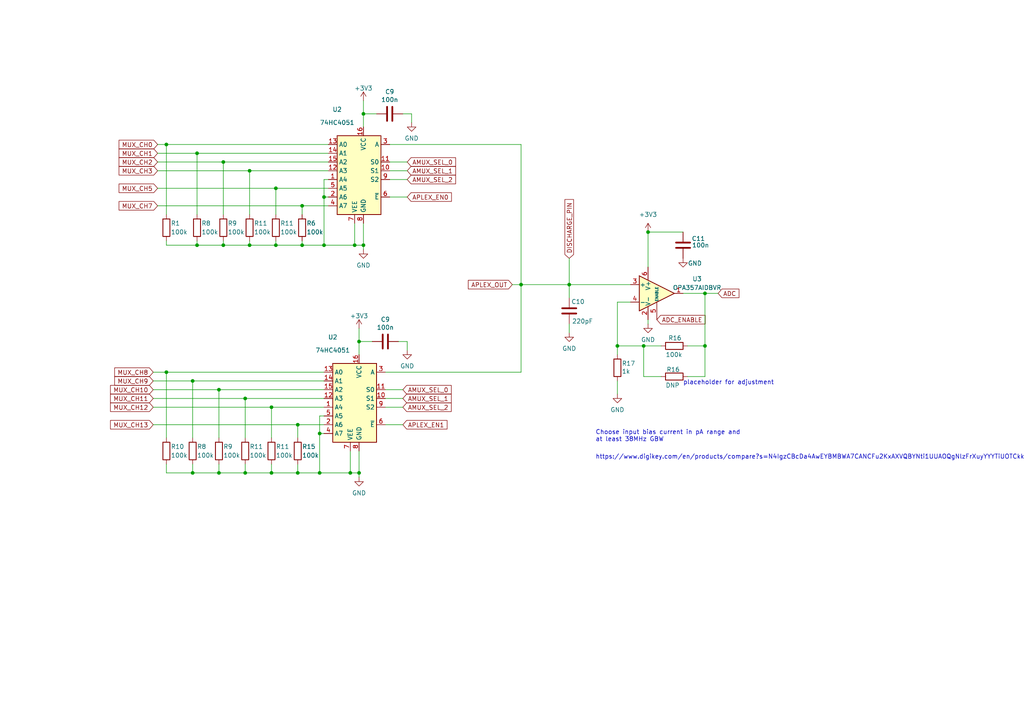
<source format=kicad_sch>
(kicad_sch (version 20231120) (generator "eeschema") (generator_version "8.0")
  (paper "A4")
  (title_block (title "katori") (date "2023-09-01") (rev "0.2") (company "grassfedreeve"))
  (lib_symbols
    (symbol "74xx:74HC4051"
      (property "Reference" "U" (at -5.08 11.43 0))
      (property "Value" "74HC4051" (at -7.62 -13.97 0))
      (symbol "74HC4051_0_1"
        (rectangle (start -5.08 10.16) (end 7.62 -12.7) (stroke (width 0.254)) (fill (type background)))
      )
      (symbol "74HC4051_1_1"
        (pin passive line (at 10.16 -2.54 180) (length 2.54) (name "A4") (number "1"))
        (pin input line (at -7.62 0 0) (length 2.54) (name "S1") (number "10"))
        (pin input line (at -7.62 2.54 0) (length 2.54) (name "S0") (number "11"))
        (pin passive line (at 10.16 0 180) (length 2.54) (name "A3") (number "12"))
        (pin passive line (at 10.16 7.62 180) (length 2.54) (name "A0") (number "13"))
        (pin passive line (at 10.16 5.08 180) (length 2.54) (name "A1") (number "14"))
        (pin passive line (at 10.16 2.54 180) (length 2.54) (name "A2") (number "15"))
        (pin power_in line (at 0 12.7 270) (length 2.54) (name "VCC") (number "16"))
        (pin passive line (at 10.16 -7.62 180) (length 2.54) (name "A6") (number "2"))
        (pin passive line (at -7.62 7.62 0) (length 2.54) (name "A") (number "3"))
        (pin passive line (at 10.16 -10.16 180) (length 2.54) (name "A7") (number "4"))
        (pin passive line (at 10.16 -5.08 180) (length 2.54) (name "A5") (number "5"))
        (pin input line (at -7.62 -7.62 0) (length 2.54) (name "~{E}") (number "6"))
        (pin power_in line (at 2.54 -15.24 90) (length 2.54) (name "VEE") (number "7"))
        (pin power_in line (at 0 -15.24 90) (length 2.54) (name "GND") (number "8"))
        (pin input line (at -7.62 -2.54 0) (length 2.54) (name "S2") (number "9"))
      )
    )
    (symbol "Amplifier_Operational:OPA355NA" (pin_names (offset 0.127))
      (property "Reference" "U" (at 3.81 3.81 0))
      (property "Value" "OPA355NA" (at 3.81 -3.81 0))
      (symbol "OPA355NA_0_1"
        (polyline (pts (xy -5.08 5.08) (xy 5.08 0) (xy -5.08 -5.08) (xy -5.08 5.08)) (stroke (width 0.254)) (fill (type background)))
      )
      (symbol "OPA355NA_1_1"
        (pin output line (at 7.62 0 180) (length 2.54) (name "~") (number "1"))
        (pin power_in line (at -2.54 -7.62 90) (length 3.81) (name "V-") (number "2"))
        (pin input line (at -7.62 2.54 0) (length 2.54) (name "+") (number "3"))
        (pin input line (at -7.62 -2.54 0) (length 2.54) (name "-") (number "4"))
        (pin input line (at 0 -7.62 90) (length 5.08) (name "ENABLE") (number "5"))
        (pin power_in line (at -2.54 7.62 270) (length 3.81) (name "V+") (number "6"))
      )
    )
    (symbol "Device:C" (pin_numbers hide) (pin_names (offset 0.254))
      (property "Reference" "C" (at 0.635 2.54 0))
      (property "Value" "C" (at 0.635 -2.54 0))
      (symbol "C_0_1"
        (polyline (pts (xy -2.032 -0.762) (xy 2.032 -0.762)) (stroke (width 0.508)))
        (polyline (pts (xy -2.032 0.762) (xy 2.032 0.762)) (stroke (width 0.508)))
      )
      (symbol "C_1_1"
        (pin passive line (at 0 3.81 270) (length 2.794) (name "~") (number "1"))
        (pin passive line (at 0 -3.81 90) (length 2.794) (name "~") (number "2"))
      )
    )
    (symbol "Device:R" (pin_numbers hide) (pin_names (offset 0))
      (property "Reference" "R" (at 2.032 0 90))
      (property "Value" "R" (at 0 0 90))
      (symbol "R_0_1"
        (rectangle (start -1.016 -2.54) (end 1.016 2.54) (stroke (width 0.254)))
      )
      (symbol "R_1_1"
        (pin passive line (at 0 3.81 270) (length 1.27) (name "~") (number "1"))
        (pin passive line (at 0 -3.81 90) (length 1.27) (name "~") (number "2"))
      )
    )
    (symbol "power:+3.3V" (power) (pin_names (offset 0))
      (property "Value" "+3.3V" (at 0 3.556 0))
      (symbol "+3.3V_0_1"
        (polyline (pts (xy -0.762 1.27) (xy 0 2.54)))
        (polyline (pts (xy 0 0) (xy 0 2.54)))
        (polyline (pts (xy 0 2.54) (xy 0.762 1.27)))
      )
      (symbol "+3.3V_1_1"
        (pin power_in line (at 0 0 90) (length 0) hide (name "+3V3") (number "1"))
      )
    )
    (symbol "power:GND" (power) (pin_names (offset 0))
      (property "Value" "GND" (at 0 -3.81 0))
      (symbol "GND_0_1"
        (polyline (pts (xy 0 0) (xy 0 -1.27) (xy 1.27 -1.27) (xy 0 -2.54) (xy -1.27 -1.27) (xy 0 -1.27)))
      )
      (symbol "GND_1_1"
        (pin power_in line (at 0 0 270) (length 0) hide (name "GND") (number "1"))
      )
    )
  )
  (junction (at 93.98 71.12))
  (junction (at 63.5 137.16))
  (junction (at 165.1 82.55))
  (junction (at 80.01 71.12))
  (junction (at 64.77 46.99))
  (junction (at 204.47 100.33))
  (junction (at 55.88 110.49))
  (junction (at 92.71 137.16))
  (junction (at 151.13 82.55))
  (junction (at 78.74 118.11))
  (junction (at 92.71 125.73))
  (junction (at 86.36 123.19))
  (junction (at 102.87 71.12))
  (junction (at 57.15 44.45))
  (junction (at 204.47 85.09))
  (junction (at 64.77 71.12))
  (junction (at 48.26 107.95))
  (junction (at 87.63 71.12))
  (junction (at 104.14 137.16))
  (junction (at 72.39 49.53))
  (junction (at 87.63 59.69))
  (junction (at 57.15 71.12))
  (junction (at 101.6 137.16))
  (junction (at 105.41 33.02))
  (junction (at 72.39 71.12))
  (junction (at 63.5 113.03))
  (junction (at 93.98 57.15))
  (junction (at 179.07 100.33))
  (junction (at 86.36 137.16))
  (junction (at 71.12 115.57))
  (junction (at 105.41 71.12))
  (junction (at 104.14 99.06))
  (junction (at 80.01 54.61))
  (junction (at 48.26 41.91))
  (junction (at 55.88 137.16))
  (junction (at 71.12 137.16))
  (junction (at 78.74 137.16))
  (junction (at 186.69 100.33))
  (junction (at 187.96 67.31))
  (wire (pts (xy 165.1 82.55) (xy 182.88 82.55)))
  (wire (pts (xy 72.39 69.85) (xy 72.39 71.12)))
  (wire (pts (xy 48.26 107.95) (xy 93.98 107.95)))
  (wire (pts (xy 115.57 99.06) (xy 118.11 99.06)))
  (wire (pts (xy 119.38 33.02) (xy 119.38 35.56)))
  (wire (pts (xy 151.13 82.55) (xy 151.13 41.91)))
  (wire (pts (xy 64.77 46.99) (xy 64.77 62.23)))
  (wire (pts (xy 93.98 52.07) (xy 93.98 57.15)))
  (wire (pts (xy 92.71 137.16) (xy 101.6 137.16)))
  (wire (pts (xy 78.74 118.11) (xy 93.98 118.11)))
  (wire (pts (xy 93.98 57.15) (xy 93.98 71.12)))
  (wire (pts (xy 55.88 110.49) (xy 93.98 110.49)))
  (wire (pts (xy 113.03 41.91) (xy 151.13 41.91)))
  (wire (pts (xy 48.26 134.62) (xy 48.26 137.16)))
  (wire (pts (xy 118.11 57.15) (xy 113.03 57.15)))
  (wire (pts (xy 151.13 107.95) (xy 111.76 107.95)))
  (wire (pts (xy 92.71 120.65) (xy 92.71 125.73)))
  (wire (pts (xy 78.74 134.62) (xy 78.74 137.16)))
  (wire (pts (xy 44.45 107.95) (xy 48.26 107.95)))
  (wire (pts (xy 48.26 71.12) (xy 57.15 71.12)))
  (wire (pts (xy 105.41 33.02) (xy 105.41 36.83)))
  (wire (pts (xy 165.1 93.98) (xy 165.1 96.52)))
  (wire (pts (xy 87.63 59.69) (xy 87.63 62.23)))
  (wire (pts (xy 199.39 100.33) (xy 204.47 100.33)))
  (wire (pts (xy 57.15 44.45) (xy 95.25 44.45)))
  (wire (pts (xy 186.69 100.33) (xy 191.77 100.33)))
  (wire (pts (xy 113.03 52.07) (xy 118.11 52.07)))
  (wire (pts (xy 101.6 137.16) (xy 104.14 137.16)))
  (wire (pts (xy 55.88 110.49) (xy 55.88 127)))
  (wire (pts (xy 187.96 67.31) (xy 198.12 67.31)))
  (wire (pts (xy 92.71 125.73) (xy 92.71 137.16)))
  (wire (pts (xy 102.87 71.12) (xy 105.41 71.12)))
  (wire (pts (xy 86.36 123.19) (xy 93.98 123.19)))
  (wire (pts (xy 80.01 71.12) (xy 87.63 71.12)))
  (wire (pts (xy 64.77 71.12) (xy 72.39 71.12)))
  (wire (pts (xy 151.13 107.95) (xy 151.13 82.55)))
  (wire (pts (xy 63.5 113.03) (xy 63.5 127)))
  (wire (pts (xy 44.45 115.57) (xy 71.12 115.57)))
  (wire (pts (xy 101.6 130.81) (xy 101.6 137.16)))
  (wire (pts (xy 72.39 49.53) (xy 72.39 62.23)))
  (wire (pts (xy 204.47 109.22) (xy 204.47 100.33)))
  (wire (pts (xy 80.01 54.61) (xy 95.25 54.61)))
  (wire (pts (xy 204.47 85.09) (xy 198.12 85.09)))
  (wire (pts (xy 71.12 134.62) (xy 71.12 137.16)))
  (wire (pts (xy 86.36 123.19) (xy 86.36 127)))
  (wire (pts (xy 44.45 110.49) (xy 55.88 110.49)))
  (wire (pts (xy 111.76 113.03) (xy 116.84 113.03)))
  (wire (pts (xy 93.98 52.07) (xy 95.25 52.07)))
  (wire (pts (xy 116.84 123.19) (xy 111.76 123.19)))
  (wire (pts (xy 45.72 41.91) (xy 48.26 41.91)))
  (wire (pts (xy 107.95 99.06) (xy 104.14 99.06)))
  (wire (pts (xy 71.12 137.16) (xy 78.74 137.16)))
  (wire (pts (xy 105.41 72.39) (xy 105.41 71.12)))
  (wire (pts (xy 118.11 99.06) (xy 118.11 101.6)))
  (wire (pts (xy 44.45 118.11) (xy 78.74 118.11)))
  (wire (pts (xy 87.63 71.12) (xy 93.98 71.12)))
  (wire (pts (xy 187.96 67.31) (xy 187.96 77.47)))
  (wire (pts (xy 102.87 64.77) (xy 102.87 71.12)))
  (wire (pts (xy 45.72 54.61) (xy 80.01 54.61)))
  (wire (pts (xy 151.13 82.55) (xy 165.1 82.55)))
  (wire (pts (xy 45.72 59.69) (xy 87.63 59.69)))
  (wire (pts (xy 87.63 69.85) (xy 87.63 71.12)))
  (wire (pts (xy 63.5 134.62) (xy 63.5 137.16)))
  (wire (pts (xy 78.74 118.11) (xy 78.74 127)))
  (wire (pts (xy 48.26 137.16) (xy 55.88 137.16)))
  (wire (pts (xy 55.88 137.16) (xy 63.5 137.16)))
  (wire (pts (xy 57.15 71.12) (xy 64.77 71.12)))
  (wire (pts (xy 57.15 69.85) (xy 57.15 71.12)))
  (wire (pts (xy 105.41 64.77) (xy 105.41 71.12)))
  (wire (pts (xy 44.45 113.03) (xy 63.5 113.03)))
  (wire (pts (xy 48.26 41.91) (xy 95.25 41.91)))
  (wire (pts (xy 55.88 134.62) (xy 55.88 137.16)))
  (wire (pts (xy 71.12 115.57) (xy 71.12 127)))
  (wire (pts (xy 95.25 57.15) (xy 93.98 57.15)))
  (wire (pts (xy 63.5 113.03) (xy 93.98 113.03)))
  (wire (pts (xy 204.47 85.09) (xy 204.47 100.33)))
  (wire (pts (xy 104.14 138.43) (xy 104.14 137.16)))
  (wire (pts (xy 105.41 29.21) (xy 105.41 33.02)))
  (wire (pts (xy 48.26 41.91) (xy 48.26 62.23)))
  (wire (pts (xy 86.36 137.16) (xy 92.71 137.16)))
  (wire (pts (xy 186.69 109.22) (xy 186.69 100.33)))
  (wire (pts (xy 111.76 115.57) (xy 116.84 115.57)))
  (wire (pts (xy 71.12 115.57) (xy 93.98 115.57)))
  (wire (pts (xy 113.03 49.53) (xy 118.11 49.53)))
  (wire (pts (xy 165.1 74.93) (xy 165.1 82.55)))
  (wire (pts (xy 86.36 134.62) (xy 86.36 137.16)))
  (wire (pts (xy 116.84 33.02) (xy 119.38 33.02)))
  (wire (pts (xy 64.77 46.99) (xy 95.25 46.99)))
  (wire (pts (xy 165.1 82.55) (xy 165.1 86.36)))
  (wire (pts (xy 45.72 44.45) (xy 57.15 44.45)))
  (wire (pts (xy 92.71 120.65) (xy 93.98 120.65)))
  (wire (pts (xy 104.14 99.06) (xy 104.14 102.87)))
  (wire (pts (xy 111.76 118.11) (xy 116.84 118.11)))
  (wire (pts (xy 64.77 69.85) (xy 64.77 71.12)))
  (wire (pts (xy 45.72 49.53) (xy 72.39 49.53)))
  (wire (pts (xy 179.07 110.49) (xy 179.07 114.3)))
  (wire (pts (xy 48.26 107.95) (xy 48.26 127)))
  (wire (pts (xy 72.39 49.53) (xy 95.25 49.53)))
  (wire (pts (xy 104.14 95.25) (xy 104.14 99.06)))
  (wire (pts (xy 44.45 123.19) (xy 86.36 123.19)))
  (wire (pts (xy 199.39 109.22) (xy 204.47 109.22)))
  (wire (pts (xy 92.71 125.73) (xy 93.98 125.73)))
  (wire (pts (xy 93.98 71.12) (xy 102.87 71.12)))
  (wire (pts (xy 104.14 130.81) (xy 104.14 137.16)))
  (wire (pts (xy 109.22 33.02) (xy 105.41 33.02)))
  (wire (pts (xy 63.5 137.16) (xy 71.12 137.16)))
  (wire (pts (xy 113.03 46.99) (xy 118.11 46.99)))
  (wire (pts (xy 78.74 137.16) (xy 86.36 137.16)))
  (wire (pts (xy 57.15 62.23) (xy 57.15 44.45)))
  (wire (pts (xy 204.47 85.09) (xy 208.28 85.09)))
  (wire (pts (xy 186.69 109.22) (xy 191.77 109.22)))
  (wire (pts (xy 179.07 87.63) (xy 179.07 100.33)))
  (wire (pts (xy 80.01 54.61) (xy 80.01 62.23)))
  (wire (pts (xy 45.72 46.99) (xy 64.77 46.99)))
  (wire (pts (xy 179.07 100.33) (xy 179.07 102.87)))
  (wire (pts (xy 148.59 82.55) (xy 151.13 82.55)))
  (wire (pts (xy 80.01 69.85) (xy 80.01 71.12)))
  (wire (pts (xy 187.96 92.71) (xy 187.96 93.98)))
  (wire (pts (xy 87.63 59.69) (xy 95.25 59.69)))
  (wire (pts (xy 179.07 100.33) (xy 186.69 100.33)))
  (wire (pts (xy 179.07 87.63) (xy 182.88 87.63)))
  (wire (pts (xy 72.39 71.12) (xy 80.01 71.12)))
  (wire (pts (xy 48.26 69.85) (xy 48.26 71.12)))
  (text "placeholder for adjustment" (at 198.12 111.76 0) (effects (font (size 1.27 1.27)) (justify left bottom)))
  (text "https://www.digikey.com/en/products/compare?s=N4IgzCBcDa4AwEYBMBWA7CANCFu2KxAXVQBYNti1UUAOQgNlzFrXuyYYYTiUOTCkkATlIp%2BSMCiRJaCfmjSlaU8QF1spKCAD0AUwB2OgA4AnAPYATAK4BjAC4BnHQDMAlgBt7e0zo9uDPQBDXyCAW2N-dx9nAMd7U2sww3sg%2BzdzAwBac2Ms8ONHLIAjaxcXH3yI5wZWAH5HAF4AOVIASQBzACsAYQAhW3MAcQB3AGkRgEFSAEcOgFkALQBFIYBNAFF5yaQ%2Bg0njDoARZeOkAFUdt0n5kbbJjcnHDr62vr02gA9JgBlJyZG8ycXUckzCAAkZiM0PYABYuSwGcHgjakMAAKTc6L6IxGcE%2BADUAEoEkbGWgAN3MsPOIxQFLWvQAYsUjkEANYAT3Bbi4KA6AHkAF4MJnNIXLRY7Sb7I7GAAaY1hAAViqR0R5%2BbCwkLugB1IUzBgAUl2nzGKAFPTCPVs7L0tvm8s%2BHVsAGUZsY1sUNj0enrJj1ObYiR0CUcPOdTe8%2BudmtZ2XAGAShQTjHqgwwiaZItZFt0E9GxvZ2eikEFzj0gnpisIER5LHoCQgmfKACp6o5HNbNBjy%2BXFIXy8wCywdT4bGZE5aRtbRxbnc60UgeMJgeaKPSLWw9PQjI5C8w-Aw9aNBTk9eWTLqWIXKgV6DoeJD4LIC5pOWG0SykCkEjqTPKer3JMtiBigyyPJMBLLJMY59D8tiPHo8rLMI4IjGETJTEyYEbEoUHypybjNAYaycn0kxBBsHSdiMRJMm0TIbOcYBMpRGwbNG6KfBinweG0QrJNI5xCm4Qawn0Qp6HopAIJMYzLEGxg9GMepEuc6KLCgQQ9D81jOtGbacrB6JgEcfQLqYNKmJ85wzAg8o-Aw9lEm4YzorCJlupMbQEj0pBrG45x6m48xtm4tBrG2HiLJ88o9G2wxuvMRwdD08zLJy2JjH0fRtjWbQ9P86ITLQ4KkJMRxhNGQyfH0Ar3Ey5h9GMxl6EcjiLF0MyWGgYzgpMRakJBPTgsU6xtGE5jzAY5wIGgQQwbYWRuOCyz9i4xU9CsSDNJ8-QdJyQx9BSAFEmAHG0OYiwGCRYAbV0kyfG4cDonqAEgAAvkAA" (at 172.72 133.35 0) (effects (font (size 1.27 1.27)) (justify left bottom)))
  (text "Choose input bias current in pA range and\nat least 38MHz GBW" (at 172.72 128.27 0) (effects (font (size 1.27 1.27)) (justify left bottom)))
  (global_label "MUX_CH8" (shape input) (at 44.45 107.95 180) (property "Intersheetrefs" "${INTERSHEET_REFS}" (effects (hide yes))))
  (global_label "AMUX_SEL_2" (shape input) (at 118.11 52.07 0) (property "Intersheetrefs" "${INTERSHEET_REFS}" (effects (hide yes))))
  (global_label "MUX_CH11" (shape input) (at 44.45 115.57 180) (property "Intersheetrefs" "${INTERSHEET_REFS}" (effects (hide yes))))
  (global_label "AMUX_SEL_0" (shape input) (at 118.11 46.99 0) (property "Intersheetrefs" "${INTERSHEET_REFS}" (effects (hide yes))))
  (global_label "MUX_CH3" (shape input) (at 45.72 49.53 180) (property "Intersheetrefs" "${INTERSHEET_REFS}" (effects (hide yes))))
  (global_label "MUX_CH12" (shape input) (at 44.45 118.11 180) (property "Intersheetrefs" "${INTERSHEET_REFS}" (effects (hide yes))))
  (global_label "ADC" (shape input) (at 208.28 85.09 0) (property "Intersheetrefs" "${INTERSHEET_REFS}" (effects (hide yes))))
  (global_label "MUX_CH9" (shape input) (at 44.45 110.49 180) (property "Intersheetrefs" "${INTERSHEET_REFS}" (effects (hide yes))))
  (global_label "APLEX_EN0" (shape input) (at 118.11 57.15 0) (property "Intersheetrefs" "${INTERSHEET_REFS}" (effects (hide yes))))
  (global_label "APLEX_OUT" (shape input) (at 148.59 82.55 180) (property "Intersheetrefs" "${INTERSHEET_REFS}" (effects (hide yes))))
  (global_label "MUX_CH5" (shape input) (at 45.72 54.61 180) (property "Intersheetrefs" "${INTERSHEET_REFS}" (effects (hide yes))))
  (global_label "MUX_CH7" (shape input) (at 45.72 59.69 180) (property "Intersheetrefs" "${INTERSHEET_REFS}" (effects (hide yes))))
  (global_label "MUX_CH13" (shape input) (at 44.45 123.19 180) (property "Intersheetrefs" "${INTERSHEET_REFS}" (effects (hide yes))))
  (global_label "ADC_ENABLE" (shape input) (at 190.5 92.71 0) (property "Intersheetrefs" "${INTERSHEET_REFS}" (effects (hide yes))))
  (global_label "MUX_CH2" (shape input) (at 45.72 46.99 180) (property "Intersheetrefs" "${INTERSHEET_REFS}" (effects (hide yes))))
  (global_label "DISCHARGE_PIN" (shape input) (at 165.1 74.93 90) (property "Intersheetrefs" "${INTERSHEET_REFS}" (effects (hide yes))))
  (global_label "APLEX_EN1" (shape input) (at 116.84 123.19 0) (property "Intersheetrefs" "${INTERSHEET_REFS}" (effects (hide yes))))
  (global_label "MUX_CH10" (shape input) (at 44.45 113.03 180) (property "Intersheetrefs" "${INTERSHEET_REFS}" (effects (hide yes))))
  (global_label "AMUX_SEL_0" (shape input) (at 116.84 113.03 0) (property "Intersheetrefs" "${INTERSHEET_REFS}" (effects (hide yes))))
  (global_label "MUX_CH1" (shape input) (at 45.72 44.45 180) (property "Intersheetrefs" "${INTERSHEET_REFS}" (effects (hide yes))))
  (global_label "AMUX_SEL_2" (shape input) (at 116.84 118.11 0) (property "Intersheetrefs" "${INTERSHEET_REFS}" (effects (hide yes))))
  (global_label "MUX_CH0" (shape input) (at 45.72 41.91 180) (property "Intersheetrefs" "${INTERSHEET_REFS}" (effects (hide yes))))
  (global_label "AMUX_SEL_1" (shape input) (at 116.84 115.57 0) (property "Intersheetrefs" "${INTERSHEET_REFS}" (effects (hide yes))))
  (global_label "AMUX_SEL_1" (shape input) (at 118.11 49.53 0) (property "Intersheetrefs" "${INTERSHEET_REFS}" (effects (hide yes))))
  (symbol (lib_id "Device:R") (at 57.15 66.04 0) (unit 1)
    (property "Reference" "R8" (at 58.42 64.77 0) (effects (justify left)))
    (property "Value" "100k" (at 58.42 67.31 0) (effects (justify left)))
    (property "Footprint" "Resistor_SMD:R_0603_1608Metric_Pad0.98x0.95mm_HandSolder" (effects (hide yes)))
    (property "LCSC" "C25803" (effects (hide yes)))
    (instances (project "analog" (path "" (reference "R8") (unit 1))) (project "minicap" (path "" (reference "R2") (unit 1))) (project "EC60-Rev_1_1" (path "" (reference "R8") (unit 1))))
  )
  (symbol (lib_id "power:GND") (at 104.14 138.43 0) (unit 1)
    (property "Reference" "#PWR036" (effects (hide yes)))
    (property "Value" "GND" (at 104.14 142.9925 0))
    (instances (project "analog" (path "" (reference "#PWR036") (unit 1))) (project "minicap" (path "" (reference "#PWR018") (unit 1))) (project "EC60-Rev_1_1" (path "" (reference "#PWR036") (unit 1))))
  )
  (symbol (lib_id "Device:R") (at 195.58 109.22 270) (unit 1) (in_bom no)
    (property "Reference" "R16" (at 193.294 107.188 90) (effects (justify left)))
    (property "Value" "DNP" (at 193.04 111.76 90) (effects (justify left)))
    (property "Footprint" "Resistor_SMD:R_0603_1608Metric_Pad0.98x0.95mm_HandSolder" (effects (hide yes)))
    (instances (project "analog" (path "" (reference "R16") (unit 1))) (project "minicap" (path "" (reference "R9") (unit 1))) (project "EC60-Rev_1_1" (path "" (reference "R16") (unit 1))))
  )
  (symbol (lib_id "Device:R") (at 78.74 130.81 0) (unit 1)
    (property "Reference" "R11" (at 80.01 129.54 0) (effects (justify left)))
    (property "Value" "100k" (at 80.01 132.08 0) (effects (justify left)))
    (property "Footprint" "Resistor_SMD:R_0603_1608Metric_Pad0.98x0.95mm_HandSolder" (effects (hide yes)))
    (property "LCSC" "C25803" (effects (hide yes)))
    (instances (project "analog" (path "" (reference "R11") (unit 1))) (project "minicap" (path "" (reference "R14") (unit 1))) (project "EC60-Rev_1_1" (path "" (reference "R11") (unit 1))))
  )
  (symbol (lib_id "power:+3.3V") (at 105.41 29.21 0) (unit 1)
    (property "Reference" "#PWR033" (effects (hide yes)))
    (property "Value" "+3V3" (at 105.41 25.6055 0))
    (instances (project "analog" (path "" (reference "#PWR033") (unit 1))) (project "minicap" (path "" (reference "#PWR08") (unit 1))) (project "EC60-Rev_1_1" (path "" (reference "#PWR033") (unit 1))))
  )
  (symbol (lib_id "Device:C") (at 113.03 33.02 270) (unit 1)
    (property "Reference" "C9" (at 113.03 26.6192 90))
    (property "Value" "100n" (at 113.03 28.9306 90))
    (property "Footprint" "Capacitor_SMD:C_0603_1608Metric_Pad1.08x0.95mm_HandSolder" (effects (hide yes)))
    (property "LCSC" "C1591" (effects (hide yes)))
    (instances (project "analog" (path "" (reference "C9") (unit 1))) (project "minicap" (path "" (reference "C1") (unit 1))) (project "EC60-Rev_1_1" (path "" (reference "C9") (unit 1))))
  )
  (symbol (lib_id "Device:R") (at 48.26 130.81 0) (unit 1)
    (property "Reference" "R10" (at 49.53 129.54 0) (effects (justify left)))
    (property "Value" "100k" (at 49.53 132.08 0) (effects (justify left)))
    (property "Footprint" "Resistor_SMD:R_0603_1608Metric_Pad0.98x0.95mm_HandSolder" (effects (hide yes)))
    (property "LCSC" "C25803" (effects (hide yes)))
  )
  (symbol (lib_id "power:GND") (at 119.38 35.56 0) (unit 1)
    (property "Reference" "#PWR034" (effects (hide yes)))
    (property "Value" "GND" (at 119.38 40.1225 0))
    (instances (project "analog" (path "" (reference "#PWR034") (unit 1))) (project "minicap" (path "" (reference "#PWR09") (unit 1))) (project "EC60-Rev_1_1" (path "" (reference "#PWR034") (unit 1))))
  )
  (symbol (lib_id "Amplifier_Operational:OPA355NA") (at 190.5 85.09 0) (unit 1)
    (property "Reference" "U3" (at 202.184 80.8991 0))
    (property "Value" "OPA357AIDBVR" (at 202.184 83.4391 0))
    (property "Footprint" "Package_TO_SOT_SMD:SOT-23-6" (effects (hide yes)))
    (property "Datasheet" "http://www.ti.com/lit/ds/symlink/opa355.pdf" (effects (hide yes)))
    (property "LCSC" "C139385" (effects (hide yes)))
    (property "MPN" "OPA357AIDBVR" (effects (hide yes)))
  )
  (symbol (lib_id "Device:R") (at 87.63 66.04 0) (unit 1)
    (property "Reference" "R6" (at 88.9 64.77 0) (effects (justify left)))
    (property "Value" "100k" (at 88.9 67.31 0) (effects (justify left)))
    (property "Footprint" "Resistor_SMD:R_0603_1608Metric_Pad0.98x0.95mm_HandSolder" (effects (hide yes)))
    (property "LCSC" "C25803" (effects (hide yes)))
  )
  (symbol (lib_id "Device:R") (at 86.36 130.81 0) (unit 1)
    (property "Reference" "R15" (at 87.63 129.54 0) (effects (justify left)))
    (property "Value" "100k" (at 87.63 132.08 0) (effects (justify left)))
    (property "Footprint" "Resistor_SMD:R_0603_1608Metric_Pad0.98x0.95mm_HandSolder" (effects (hide yes)))
    (property "LCSC" "C25803" (effects (hide yes)))
  )
  (symbol (lib_id "Device:R") (at 72.39 66.04 0) (unit 1)
    (property "Reference" "R11" (at 73.66 64.77 0) (effects (justify left)))
    (property "Value" "100k" (at 73.66 67.31 0) (effects (justify left)))
    (property "Footprint" "Resistor_SMD:R_0603_1608Metric_Pad0.98x0.95mm_HandSolder" (effects (hide yes)))
    (property "LCSC" "C25803" (effects (hide yes)))
    (instances (project "analog" (path "" (reference "R11") (unit 1))) (project "minicap" (path "" (reference "R4") (unit 1))) (project "EC60-Rev_1_1" (path "" (reference "R11") (unit 1))))
  )
  (symbol (lib_id "74xx:74HC4051") (at 105.41 49.53 0) (mirror y) (unit 1)
    (property "Reference" "U2" (at 97.79 31.75 0))
    (property "Value" "74HC4051" (at 97.79 35.56 0))
    (property "Footprint" "Package_SO:TSSOP-16_4.4x5mm_P0.65mm" (effects (hide yes)))
    (property "Datasheet" "http://www.ti.com/lit/ds/symlink/cd74hc4051.pdf" (effects (hide yes)))
    (property "Description" "8-channel analog multiplexer/demultiplexer, DIP-16/SOIC-16/TSSOP-16" (effects (hide yes)))
    (property "LCSC" "C352826" (effects (hide yes)))
    (property "JlcRotOffset" "90" (effects (hide yes)))
    (property "MPN" "TMUX1308BQBR" (effects (hide yes)))
  )
  (symbol (lib_id "power:GND") (at 118.11 101.6 0) (unit 1)
    (property "Reference" "#PWR034" (effects (hide yes)))
    (property "Value" "GND" (at 118.11 106.1625 0))
    (instances (project "analog" (path "" (reference "#PWR034") (unit 1))) (project "minicap" (path "" (reference "#PWR016") (unit 1))) (project "EC60-Rev_1_1" (path "" (reference "#PWR034") (unit 1))))
  )
  (symbol (lib_id "power:+3.3V") (at 104.14 95.25 0) (unit 1)
    (property "Reference" "#PWR033" (effects (hide yes)))
    (property "Value" "+3V3" (at 104.14 91.6455 0))
    (instances (project "analog" (path "" (reference "#PWR033") (unit 1))) (project "minicap" (path "" (reference "#PWR014") (unit 1))) (project "EC60-Rev_1_1" (path "" (reference "#PWR033") (unit 1))))
  )
  (symbol (lib_id "power:GND") (at 187.96 93.98 0) (unit 1)
    (property "Reference" "#PWR041" (effects (hide yes)))
    (property "Value" "GND" (at 187.96 98.5425 0))
    (instances (project "analog" (path "" (reference "#PWR041") (unit 1))) (project "minicap" (path "" (reference "#PWR013") (unit 1))) (project "EC60-Rev_1_1" (path "" (reference "#PWR041") (unit 1))))
  )
  (symbol (lib_id "power:GND") (at 179.07 114.3 0) (unit 1)
    (property "Reference" "#PWR041" (effects (hide yes)))
    (property "Value" "GND" (at 179.07 118.8625 0))
    (instances (project "analog" (path "" (reference "#PWR041") (unit 1))) (project "minicap" (path "" (reference "#PWR017") (unit 1))) (project "EC60-Rev_1_1" (path "" (reference "#PWR041") (unit 1))))
  )
  (symbol (lib_id "Device:C") (at 198.12 71.12 0) (mirror x) (unit 1)
    (property "Reference" "C11" (at 202.565 69.215 0))
    (property "Value" "100n" (at 203.2 71.12 0))
    (property "Footprint" "Capacitor_SMD:C_0603_1608Metric_Pad1.08x0.95mm_HandSolder" (effects (hide yes)))
    (property "LCSC" "C1591" (effects (hide yes)))
    (instances (project "analog" (path "" (reference "C11") (unit 1))) (project "minicap" (path "" (reference "C2") (unit 1))) (project "EC60-Rev_1_1" (path "" (reference "C11") (unit 1))))
  )
  (symbol (lib_id "Device:R") (at 80.01 66.04 0) (unit 1)
    (property "Reference" "R11" (at 81.28 64.77 0) (effects (justify left)))
    (property "Value" "100k" (at 81.28 67.31 0) (effects (justify left)))
    (property "Footprint" "Resistor_SMD:R_0603_1608Metric_Pad0.98x0.95mm_HandSolder" (effects (hide yes)))
    (property "LCSC" "C25803" (effects (hide yes)))
    (instances (project "analog" (path "" (reference "R11") (unit 1))) (project "minicap" (path "" (reference "R5") (unit 1))) (project "EC60-Rev_1_1" (path "" (reference "R11") (unit 1))))
  )
  (symbol (lib_id "power:GND") (at 105.41 72.39 0) (unit 1)
    (property "Reference" "#PWR036" (effects (hide yes)))
    (property "Value" "GND" (at 105.41 76.9525 0))
    (instances (project "analog" (path "" (reference "#PWR036") (unit 1))) (project "minicap" (path "" (reference "#PWR011") (unit 1))) (project "EC60-Rev_1_1" (path "" (reference "#PWR036") (unit 1))))
  )
  (symbol (lib_id "Device:R") (at 71.12 130.81 0) (unit 1)
    (property "Reference" "R11" (at 72.39 129.54 0) (effects (justify left)))
    (property "Value" "100k" (at 72.39 132.08 0) (effects (justify left)))
    (property "Footprint" "Resistor_SMD:R_0603_1608Metric_Pad0.98x0.95mm_HandSolder" (effects (hide yes)))
    (property "LCSC" "C25803" (effects (hide yes)))
    (instances (project "analog" (path "" (reference "R11") (unit 1))) (project "minicap" (path "" (reference "R13") (unit 1))) (project "EC60-Rev_1_1" (path "" (reference "R11") (unit 1))))
  )
  (symbol (lib_id "Device:R") (at 195.58 100.33 270) (unit 1)
    (property "Reference" "R16" (at 193.802 98.044 90) (effects (justify left)))
    (property "Value" "100k" (at 193.04 102.87 90) (effects (justify left)))
    (property "Footprint" "Resistor_SMD:R_0603_1608Metric_Pad0.98x0.95mm_HandSolder" (effects (hide yes)))
    (property "LCSC" "C25803" (effects (hide yes)))
    (instances (project "analog" (path "" (reference "R16") (unit 1))) (project "minicap" (path "" (reference "R7") (unit 1))) (project "EC60-Rev_1_1" (path "" (reference "R16") (unit 1))))
  )
  (symbol (lib_id "Device:C") (at 111.76 99.06 270) (unit 1)
    (property "Reference" "C9" (at 111.76 92.6592 90))
    (property "Value" "100n" (at 111.76 94.9706 90))
    (property "Footprint" "Capacitor_SMD:C_0603_1608Metric_Pad1.08x0.95mm_HandSolder" (effects (hide yes)))
    (property "LCSC" "C1591" (effects (hide yes)))
    (instances (project "analog" (path "" (reference "C9") (unit 1))) (project "minicap" (path "" (reference "C4") (unit 1))) (project "EC60-Rev_1_1" (path "" (reference "C9") (unit 1))))
  )
  (symbol (lib_id "Device:C") (at 165.1 90.17 0) (unit 1)
    (property "Reference" "C10" (at 167.64 87.503 0))
    (property "Value" "220pF" (at 168.9534 93.1732 0))
    (property "Footprint" "Capacitor_SMD:C_0603_1608Metric_Pad1.08x0.95mm_HandSolder" (effects (hide yes)))
    (property "LCSC" "C1603" (effects (hide yes)))
    (instances (project "analog" (path "" (reference "C10") (unit 1))) (project "minicap" (path "" (reference "C3") (unit 1))) (project "EC60-Rev_1_1" (path "" (reference "C10") (unit 1))))
  )
  (symbol (lib_id "Device:R") (at 48.26 66.04 0) (unit 1)
    (property "Reference" "R1" (at 49.53 64.77 0) (effects (justify left)))
    (property "Value" "100k" (at 49.53 67.31 0) (effects (justify left)))
    (property "Footprint" "Resistor_SMD:R_0603_1608Metric_Pad0.98x0.95mm_HandSolder" (effects (hide yes)))
    (property "LCSC" "C25803" (effects (hide yes)))
  )
  (symbol (lib_id "74xx:74HC4051") (at 104.14 115.57 0) (mirror y) (unit 1)
    (property "Reference" "U2" (at 96.52 97.79 0))
    (property "Value" "74HC4051" (at 96.52 101.6 0))
    (property "Footprint" "Package_SO:TSSOP-16_4.4x5mm_P0.65mm" (effects (hide yes)))
    (property "Datasheet" "http://www.ti.com/lit/ds/symlink/cd74hc4051.pdf" (effects (hide yes)))
    (property "Description" "8-channel analog multiplexer/demultiplexer, DIP-16/SOIC-16/TSSOP-16" (effects (hide yes)))
    (property "LCSC" "C352826" (effects (hide yes)))
    (property "JlcRotOffset" "90" (effects (hide yes)))
    (property "MPN" "TMUX1308BQBR" (effects (hide yes)))
    (instances (project "analog" (path "" (reference "U2") (unit 1))) (project "minicap" (path "" (reference "U4") (unit 1))) (project "EC60-Rev_1_1" (path "" (reference "U2") (unit 1))))
  )
  (symbol (lib_id "Device:R") (at 63.5 130.81 0) (unit 1)
    (property "Reference" "R9" (at 64.77 129.54 0) (effects (justify left)))
    (property "Value" "100k" (at 64.77 132.08 0) (effects (justify left)))
    (property "Footprint" "Resistor_SMD:R_0603_1608Metric_Pad0.98x0.95mm_HandSolder" (effects (hide yes)))
    (property "LCSC" "C25803" (effects (hide yes)))
    (instances (project "analog" (path "" (reference "R9") (unit 1))) (project "minicap" (path "" (reference "R12") (unit 1))) (project "EC60-Rev_1_1" (path "" (reference "R9") (unit 1))))
  )
  (symbol (lib_id "Device:R") (at 55.88 130.81 0) (unit 1)
    (property "Reference" "R8" (at 57.15 129.54 0) (effects (justify left)))
    (property "Value" "100k" (at 57.15 132.08 0) (effects (justify left)))
    (property "Footprint" "Resistor_SMD:R_0603_1608Metric_Pad0.98x0.95mm_HandSolder" (effects (hide yes)))
    (property "LCSC" "C25803" (effects (hide yes)))
    (instances (project "analog" (path "" (reference "R8") (unit 1))) (project "minicap" (path "" (reference "R11") (unit 1))) (project "EC60-Rev_1_1" (path "" (reference "R8") (unit 1))))
  )
  (symbol (lib_id "power:GND") (at 165.1 96.52 0) (unit 1)
    (property "Reference" "#PWR037" (effects (hide yes)))
    (property "Value" "GND" (at 165.1 101.0825 0))
    (instances (project "analog" (path "" (reference "#PWR037") (unit 1))) (project "minicap" (path "" (reference "#PWR015") (unit 1))) (project "EC60-Rev_1_1" (path "" (reference "#PWR037") (unit 1))))
  )
  (symbol (lib_id "Device:R") (at 64.77 66.04 0) (unit 1)
    (property "Reference" "R9" (at 66.04 64.77 0) (effects (justify left)))
    (property "Value" "100k" (at 66.04 67.31 0) (effects (justify left)))
    (property "Footprint" "Resistor_SMD:R_0603_1608Metric_Pad0.98x0.95mm_HandSolder" (effects (hide yes)))
    (property "LCSC" "C25803" (effects (hide yes)))
    (instances (project "analog" (path "" (reference "R9") (unit 1))) (project "minicap" (path "" (reference "R3") (unit 1))) (project "EC60-Rev_1_1" (path "" (reference "R9") (unit 1))))
  )
  (symbol (lib_id "power:+3.3V") (at 187.96 67.31 0) (unit 1)
    (property "Reference" "#PWR042" (effects (hide yes)))
    (property "Value" "+3V3" (at 187.96 62.23 0))
    (instances (project "analog" (path "" (reference "#PWR042") (unit 1))) (project "minicap" (path "" (reference "#PWR010") (unit 1))) (project "EC60-Rev_1_1" (path "" (reference "#PWR042") (unit 1))))
  )
  (symbol (lib_id "Device:R") (at 179.07 106.68 0) (unit 1)
    (property "Reference" "R17" (at 180.34 105.41 0) (effects (justify left)))
    (property "Value" "1k" (at 180.34 107.7214 0) (effects (justify left)))
    (property "Footprint" "Resistor_SMD:R_0603_1608Metric_Pad0.98x0.95mm_HandSolder" (effects (hide yes)))
    (property "LCSC" "C21190" (effects (hide yes)))
    (instances (project "analog" (path "" (reference "R17") (unit 1))) (project "minicap" (path "" (reference "R8") (unit 1))) (project "EC60-Rev_1_1" (path "" (reference "R17") (unit 1))))
  )
  (symbol (lib_id "power:GND") (at 198.12 74.93 0) (unit 1)
    (property "Reference" "#PWR039" (effects (hide yes)))
    (property "Value" "GND" (at 201.549 76.3716 0))
    (instances (project "analog" (path "" (reference "#PWR039") (unit 1))) (project "minicap" (path "" (reference "#PWR012") (unit 1))) (project "EC60-Rev_1_1" (path "" (reference "#PWR039") (unit 1))))
  )
)
</source>
